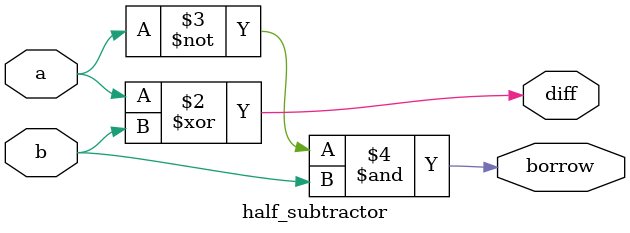
<source format=v>
module half_subtractor(
  input a,b,
  output reg diff,borrow
);
  always@(*) begin
    diff=a^b;
    borrow=~a&b;
  end
endmodule

</source>
